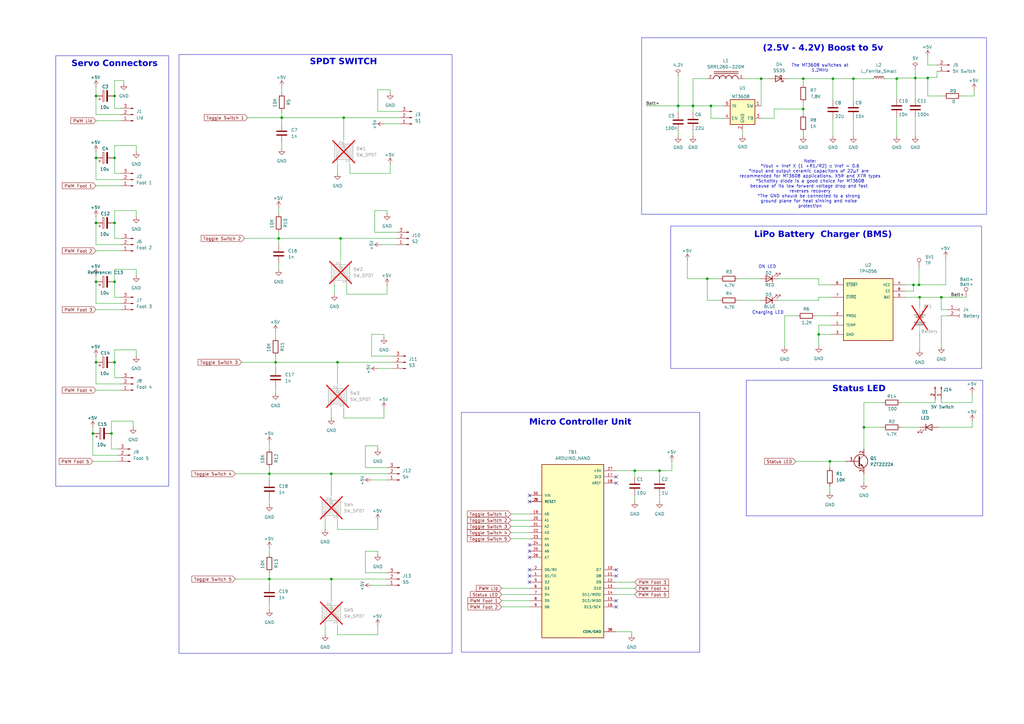
<source format=kicad_sch>
(kicad_sch (version 20231120) (generator "eeschema") (generator_version "8.0")
  (paper "A3")
  (junction (at 39.37 115.57))
  (junction (at 290.068 114.3))
  (junction (at 135.89 237.49))
  (junction (at 46.99 91.44))
  (junction (at 139.7 97.79))
  (junction (at 270.51 193.04))
  (junction (at 291.592 43.434))
  (junction (at 39.37 91.44))
  (junction (at 115.57 48.26))
  (junction (at 350.012 32.258))
  (junction (at 340.36 189.23))
  (junction (at 386.08 121.92))
  (junction (at 140.97 48.26))
  (junction (at 113.03 148.59))
  (junction (at 329.438 32.258))
  (junction (at 46.99 39.37))
  (junction (at 39.37 148.59))
  (junction (at 341.63 32.258))
  (junction (at 39.37 64.77))
  (junction (at 114.3 97.79))
  (junction (at 374.65 116.84))
  (junction (at 46.99 115.57))
  (junction (at 110.49 194.31))
  (junction (at 354.33 175.26))
  (junction (at 39.37 39.37))
  (junction (at 284.226 43.434))
  (junction (at 260.35 193.04))
  (junction (at 46.99 148.59))
  (junction (at 135.89 194.31))
  (junction (at 278.13 43.434))
  (junction (at 335.788 137.16))
  (junction (at 312.166 32.258))
  (junction (at 45.72 177.8))
  (junction (at 377.19 121.92))
  (junction (at 375.412 32.004))
  (junction (at 329.438 44.704))
  (junction (at 367.792 32.258))
  (junction (at 38.1 177.8))
  (junction (at 138.43 148.59))
  (junction (at 380.492 32.004))
  (junction (at 110.49 237.49))
  (junction (at 376.936 116.84))
  (junction (at 46.99 64.77))
  (no_connect (at 217.17 205.74))
  (no_connect (at 217.17 238.76))
  (no_connect (at 252.73 236.22))
  (no_connect (at 252.73 248.92))
  (no_connect (at 217.17 223.52))
  (no_connect (at 217.17 226.06))
  (no_connect (at 252.73 233.68))
  (no_connect (at 252.73 195.58))
  (no_connect (at 217.17 228.6))
  (no_connect (at 217.17 236.22))
  (no_connect (at 252.73 198.12))
  (no_connect (at 217.17 203.2))
  (no_connect (at 252.73 246.38))
  (no_connect (at 217.17 233.68))
  (wire (pts (xy 138.43 217.17) (xy 154.94 217.17)))
  (wire (pts (xy 39.37 115.57) (xy 39.37 124.46)))
  (wire (pts (xy 275.59 193.04) (xy 275.59 189.23)))
  (wire (pts (xy 39.37 88.9) (xy 39.37 91.44)))
  (wire (pts (xy 375.412 28.194) (xy 375.412 32.004)))
  (wire (pts (xy 154.94 260.35) (xy 154.94 256.54)))
  (wire (pts (xy 387.858 105.664) (xy 387.858 116.84)))
  (wire (pts (xy 326.898 129.54) (xy 321.818 129.54)))
  (wire (pts (xy 149.86 182.88) (xy 154.94 182.88)))
  (wire (pts (xy 46.99 86.36) (xy 55.88 86.36)))
  (wire (pts (xy 139.7 97.79) (xy 139.7 106.68)))
  (wire (pts (xy 46.99 115.57) (xy 46.99 110.49)))
  (wire (pts (xy 340.868 133.35) (xy 335.788 133.35)))
  (wire (pts (xy 46.99 71.12) (xy 46.99 64.77)))
  (wire (pts (xy 380.492 26.67) (xy 384.302 26.67)))
  (wire (pts (xy 142.24 116.84) (xy 142.24 120.65)))
  (wire (pts (xy 398.78 165.1) (xy 398.78 161.29)))
  (wire (pts (xy 154.94 45.72) (xy 154.94 36.83)))
  (wire (pts (xy 278.13 43.434) (xy 284.226 43.434)))
  (wire (pts (xy 335.788 123.19) (xy 335.788 121.92)))
  (wire (pts (xy 278.13 30.988) (xy 278.13 43.434)))
  (wire (pts (xy 340.36 189.23) (xy 346.71 189.23)))
  (wire (pts (xy 380.492 31.75) (xy 380.492 32.004)))
  (wire (pts (xy 46.99 91.44) (xy 46.99 86.36)))
  (wire (pts (xy 114.3 95.25) (xy 114.3 97.79)))
  (wire (pts (xy 284.226 53.594) (xy 284.226 55.88)))
  (wire (pts (xy 377.19 121.92) (xy 386.08 121.92)))
  (wire (pts (xy 160.02 71.12) (xy 160.02 67.31)))
  (wire (pts (xy 149.86 226.06) (xy 154.94 226.06)))
  (wire (pts (xy 329.438 54.356) (xy 329.438 55.88)))
  (wire (pts (xy 39.37 160.02) (xy 49.53 160.02)))
  (wire (pts (xy 367.792 32.004) (xy 375.412 32.004)))
  (wire (pts (xy 260.35 203.2) (xy 260.35 205.74)))
  (wire (pts (xy 335.788 137.16) (xy 340.868 137.16)))
  (wire (pts (xy 39.37 148.59) (xy 39.37 157.48)))
  (wire (pts (xy 157.48 137.16) (xy 157.48 138.43)))
  (wire (pts (xy 377.19 135.89) (xy 377.19 143.51)))
  (wire (pts (xy 38.1 189.23) (xy 48.26 189.23)))
  (wire (pts (xy 39.37 49.53) (xy 49.53 49.53)))
  (wire (pts (xy 295.148 114.3) (xy 290.068 114.3)))
  (wire (pts (xy 45.72 177.8) (xy 45.72 172.72)))
  (wire (pts (xy 374.65 116.84) (xy 376.936 116.84)))
  (wire (pts (xy 205.74 241.3) (xy 217.17 241.3)))
  (wire (pts (xy 161.29 146.05) (xy 152.4 146.05)))
  (wire (pts (xy 137.16 116.84) (xy 137.16 120.65)))
  (wire (pts (xy 46.99 44.45) (xy 46.99 39.37)))
  (wire (pts (xy 157.48 171.45) (xy 157.48 167.64)))
  (wire (pts (xy 367.792 48.006) (xy 367.792 55.88)))
  (wire (pts (xy 281.94 114.3) (xy 281.94 106.68)))
  (wire (pts (xy 163.83 45.72) (xy 154.94 45.72)))
  (wire (pts (xy 46.99 33.02) (xy 50.8 33.02)))
  (wire (pts (xy 312.166 32.258) (xy 312.166 43.434)))
  (wire (pts (xy 39.37 35.56) (xy 39.37 39.37)))
  (wire (pts (xy 135.89 237.49) (xy 158.75 237.49)))
  (wire (pts (xy 46.99 110.49) (xy 55.88 110.49)))
  (wire (pts (xy 140.97 171.45) (xy 157.48 171.45)))
  (wire (pts (xy 135.89 167.64) (xy 135.89 171.45)))
  (wire (pts (xy 350.012 32.258) (xy 357.886 32.258)))
  (wire (pts (xy 386.08 142.24) (xy 386.08 129.54)))
  (wire (pts (xy 209.55 218.44) (xy 217.17 218.44)))
  (wire (pts (xy 39.37 73.66) (xy 49.53 73.66)))
  (wire (pts (xy 39.37 146.05) (xy 39.37 148.59)))
  (wire (pts (xy 39.37 46.99) (xy 49.53 46.99)))
  (wire (pts (xy 335.788 114.3) (xy 335.788 116.84)))
  (wire (pts (xy 115.57 48.26) (xy 140.97 48.26)))
  (wire (pts (xy 39.37 157.48) (xy 49.53 157.48)))
  (wire (pts (xy 133.35 213.36) (xy 133.35 217.17)))
  (wire (pts (xy 39.37 100.33) (xy 49.53 100.33)))
  (wire (pts (xy 399.542 39.37) (xy 399.542 36.83)))
  (wire (pts (xy 55.88 110.49) (xy 55.88 113.03)))
  (wire (pts (xy 302.768 123.19) (xy 311.658 123.19)))
  (wire (pts (xy 376.936 109.982) (xy 376.936 116.84)))
  (wire (pts (xy 138.43 148.59) (xy 161.29 148.59)))
  (wire (pts (xy 380.492 23.114) (xy 380.492 26.67)))
  (wire (pts (xy 46.99 39.37) (xy 46.99 33.02)))
  (wire (pts (xy 319.278 123.19) (xy 335.788 123.19)))
  (wire (pts (xy 154.94 151.13) (xy 161.29 151.13)))
  (wire (pts (xy 100.33 97.79) (xy 114.3 97.79)))
  (wire (pts (xy 143.51 67.31) (xy 143.51 71.12)))
  (wire (pts (xy 140.97 48.26) (xy 140.97 57.15)))
  (wire (pts (xy 115.57 45.72) (xy 115.57 48.26)))
  (wire (pts (xy 142.24 120.65) (xy 158.75 120.65)))
  (wire (pts (xy 367.792 32.258) (xy 367.792 40.386)))
  (wire (pts (xy 252.73 259.08) (xy 259.08 259.08)))
  (wire (pts (xy 38.1 175.26) (xy 38.1 177.8)))
  (wire (pts (xy 394.462 39.37) (xy 399.542 39.37)))
  (wire (pts (xy 157.48 50.8) (xy 163.83 50.8)))
  (wire (pts (xy 110.49 234.95) (xy 110.49 237.49)))
  (wire (pts (xy 270.51 193.04) (xy 270.51 195.58)))
  (wire (pts (xy 158.75 234.95) (xy 149.86 234.95)))
  (wire (pts (xy 377.19 121.92) (xy 377.19 125.73)))
  (wire (pts (xy 138.43 148.59) (xy 138.43 157.48)))
  (wire (pts (xy 380.492 32.004) (xy 380.492 39.37)))
  (wire (pts (xy 371.348 119.38) (xy 374.65 119.38)))
  (wire (pts (xy 290.068 123.19) (xy 290.068 114.3)))
  (wire (pts (xy 160.02 36.83) (xy 160.02 38.1)))
  (wire (pts (xy 371.348 121.92) (xy 377.19 121.92)))
  (wire (pts (xy 46.99 121.92) (xy 46.99 115.57)))
  (wire (pts (xy 49.53 97.79) (xy 46.99 97.79)))
  (wire (pts (xy 386.08 127) (xy 388.62 127)))
  (wire (pts (xy 154.94 36.83) (xy 160.02 36.83)))
  (wire (pts (xy 135.89 194.31) (xy 135.89 203.2)))
  (wire (pts (xy 49.53 154.94) (xy 46.99 154.94)))
  (wire (pts (xy 46.99 59.69) (xy 55.88 59.69)))
  (wire (pts (xy 295.148 123.19) (xy 290.068 123.19)))
  (wire (pts (xy 135.89 194.31) (xy 158.75 194.31)))
  (wire (pts (xy 138.43 256.54) (xy 138.43 260.35)))
  (wire (pts (xy 38.1 177.8) (xy 38.1 186.69)))
  (wire (pts (xy 39.37 64.77) (xy 39.37 73.66)))
  (wire (pts (xy 46.99 143.51) (xy 55.88 143.51)))
  (wire (pts (xy 38.1 186.69) (xy 48.26 186.69)))
  (wire (pts (xy 367.792 32.004) (xy 367.792 32.258)))
  (wire (pts (xy 49.53 121.92) (xy 46.99 121.92)))
  (wire (pts (xy 162.56 95.25) (xy 153.67 95.25)))
  (wire (pts (xy 113.03 148.59) (xy 113.03 151.13)))
  (wire (pts (xy 55.88 86.36) (xy 55.88 88.9)))
  (wire (pts (xy 158.75 191.77) (xy 149.86 191.77)))
  (wire (pts (xy 354.33 184.15) (xy 354.33 175.26)))
  (wire (pts (xy 375.412 40.386) (xy 375.412 32.004)))
  (wire (pts (xy 350.012 32.258) (xy 350.012 41.148)))
  (wire (pts (xy 312.166 48.514) (xy 317.5 48.514)))
  (wire (pts (xy 115.57 35.56) (xy 115.57 38.1)))
  (wire (pts (xy 113.03 135.89) (xy 113.03 138.43)))
  (wire (pts (xy 296.926 43.434) (xy 291.592 43.434)))
  (wire (pts (xy 205.74 246.38) (xy 217.17 246.38)))
  (wire (pts (xy 49.53 44.45) (xy 46.99 44.45)))
  (wire (pts (xy 110.49 250.19) (xy 110.49 247.65)))
  (wire (pts (xy 270.51 193.04) (xy 275.59 193.04)))
  (wire (pts (xy 39.37 76.2) (xy 49.53 76.2)))
  (wire (pts (xy 39.37 127) (xy 49.53 127)))
  (wire (pts (xy 154.94 217.17) (xy 154.94 213.36)))
  (wire (pts (xy 45.72 184.15) (xy 45.72 177.8)))
  (wire (pts (xy 335.788 121.92) (xy 340.868 121.92)))
  (wire (pts (xy 270.51 203.2) (xy 270.51 205.74)))
  (wire (pts (xy 290.068 114.3) (xy 281.94 114.3)))
  (wire (pts (xy 317.5 44.704) (xy 329.438 44.704)))
  (wire (pts (xy 110.49 194.31) (xy 135.89 194.31)))
  (wire (pts (xy 149.86 234.95) (xy 149.86 226.06)))
  (wire (pts (xy 156.21 100.33) (xy 162.56 100.33)))
  (wire (pts (xy 329.438 34.544) (xy 329.438 32.258)))
  (wire (pts (xy 115.57 60.96) (xy 115.57 58.42)))
  (wire (pts (xy 46.99 97.79) (xy 46.99 91.44)))
  (wire (pts (xy 384.302 31.75) (xy 384.302 29.21)))
  (wire (pts (xy 386.842 39.37) (xy 380.492 39.37)))
  (wire (pts (xy 140.97 48.26) (xy 163.83 48.26)))
  (wire (pts (xy 284.226 32.258) (xy 290.068 32.258)))
  (wire (pts (xy 329.438 32.258) (xy 341.63 32.258)))
  (wire (pts (xy 209.55 215.9) (xy 217.17 215.9)))
  (wire (pts (xy 205.74 243.84) (xy 217.17 243.84)))
  (wire (pts (xy 341.63 48.768) (xy 341.63 55.88)))
  (wire (pts (xy 369.57 175.26) (xy 377.19 175.26)))
  (wire (pts (xy 252.73 193.04) (xy 260.35 193.04)))
  (wire (pts (xy 110.49 207.01) (xy 110.49 204.47)))
  (wire (pts (xy 154.94 182.88) (xy 154.94 184.15)))
  (wire (pts (xy 375.412 48.006) (xy 375.412 55.88)))
  (wire (pts (xy 39.37 91.44) (xy 39.37 100.33)))
  (wire (pts (xy 252.73 238.76) (xy 260.35 238.76)))
  (wire (pts (xy 48.26 184.15) (xy 45.72 184.15)))
  (wire (pts (xy 386.08 121.92) (xy 386.08 127)))
  (wire (pts (xy 135.89 237.49) (xy 135.89 246.38)))
  (wire (pts (xy 39.37 62.23) (xy 39.37 64.77)))
  (wire (pts (xy 49.53 71.12) (xy 46.99 71.12)))
  (wire (pts (xy 319.278 114.3) (xy 335.788 114.3)))
  (wire (pts (xy 101.6 48.26) (xy 115.57 48.26)))
  (wire (pts (xy 158.75 86.36) (xy 158.75 87.63)))
  (wire (pts (xy 55.88 143.51) (xy 55.88 146.05)))
  (wire (pts (xy 113.03 146.05) (xy 113.03 148.59)))
  (wire (pts (xy 278.13 43.434) (xy 278.13 46.228)))
  (wire (pts (xy 361.95 165.1) (xy 354.33 165.1)))
  (wire (pts (xy 153.67 95.25) (xy 153.67 86.36)))
  (wire (pts (xy 110.49 224.79) (xy 110.49 227.33)))
  (wire (pts (xy 329.438 42.164) (xy 329.438 44.704)))
  (wire (pts (xy 326.39 189.23) (xy 340.36 189.23)))
  (wire (pts (xy 329.438 44.704) (xy 329.438 46.736)))
  (wire (pts (xy 153.67 86.36) (xy 158.75 86.36)))
  (wire (pts (xy 317.5 48.514) (xy 317.5 44.704)))
  (wire (pts (xy 39.37 39.37) (xy 39.37 46.99)))
  (wire (pts (xy 114.3 97.79) (xy 139.7 97.79)))
  (wire (pts (xy 278.13 53.848) (xy 278.13 55.88)))
  (wire (pts (xy 138.43 67.31) (xy 138.43 71.12)))
  (wire (pts (xy 264.922 43.434) (xy 278.13 43.434)))
  (wire (pts (xy 152.4 240.03) (xy 158.75 240.03)))
  (wire (pts (xy 140.97 167.64) (xy 140.97 171.45)))
  (wire (pts (xy 110.49 237.49) (xy 110.49 240.03)))
  (wire (pts (xy 99.06 148.59) (xy 113.03 148.59)))
  (wire (pts (xy 341.63 41.148) (xy 341.63 32.258)))
  (wire (pts (xy 55.88 59.69) (xy 55.88 62.23)))
  (wire (pts (xy 152.4 146.05) (xy 152.4 137.16)))
  (wire (pts (xy 46.99 148.59) (xy 46.99 143.51)))
  (wire (pts (xy 260.35 193.04) (xy 260.35 195.58)))
  (wire (pts (xy 149.86 191.77) (xy 149.86 182.88)))
  (wire (pts (xy 158.75 120.65) (xy 158.75 116.84)))
  (wire (pts (xy 50.8 33.02) (xy 50.8 34.29)))
  (wire (pts (xy 114.3 110.49) (xy 114.3 107.95)))
  (wire (pts (xy 380.492 31.75) (xy 384.302 31.75)))
  (wire (pts (xy 335.788 116.84) (xy 340.868 116.84)))
  (wire (pts (xy 296.926 48.514) (xy 291.592 48.514)))
  (wire (pts (xy 341.63 32.258) (xy 350.012 32.258)))
  (wire (pts (xy 39.37 113.03) (xy 39.37 115.57)))
  (wire (pts (xy 154.94 226.06) (xy 154.94 227.33)))
  (wire (pts (xy 209.55 210.82) (xy 217.17 210.82)))
  (wire (pts (xy 386.08 165.1) (xy 398.78 165.1)))
  (wire (pts (xy 54.61 172.72) (xy 54.61 175.26)))
  (wire (pts (xy 96.52 194.31) (xy 110.49 194.31)))
  (wire (pts (xy 321.818 129.54) (xy 321.818 142.24)))
  (wire (pts (xy 284.226 32.258) (xy 284.226 43.434)))
  (wire (pts (xy 334.518 129.54) (xy 340.868 129.54)))
  (wire (pts (xy 374.65 119.38) (xy 374.65 116.84)))
  (wire (pts (xy 139.7 97.79) (xy 162.56 97.79)))
  (wire (pts (xy 260.35 193.04) (xy 270.51 193.04)))
  (wire (pts (xy 386.08 129.54) (xy 388.62 129.54)))
  (wire (pts (xy 114.3 97.79) (xy 114.3 100.33)))
  (wire (pts (xy 284.226 43.434) (xy 291.592 43.434)))
  (wire (pts (xy 143.51 71.12) (xy 160.02 71.12)))
  (wire (pts (xy 304.546 53.594) (xy 304.546 55.626)))
  (wire (pts (xy 113.03 161.29) (xy 113.03 158.75)))
  (wire (pts (xy 384.81 175.26) (xy 398.78 175.26)))
  (wire (pts (xy 252.73 241.3) (xy 260.35 241.3)))
  (wire (pts (xy 259.08 259.08) (xy 259.08 260.35)))
  (wire (pts (xy 350.012 48.768) (xy 350.012 55.88)))
  (wire (pts (xy 152.4 196.85) (xy 158.75 196.85)))
  (wire (pts (xy 39.37 102.87) (xy 49.53 102.87)))
  (wire (pts (xy 110.49 191.77) (xy 110.49 194.31)))
  (wire (pts (xy 138.43 213.36) (xy 138.43 217.17)))
  (wire (pts (xy 46.99 154.94) (xy 46.99 148.59)))
  (wire (pts (xy 335.788 141.986) (xy 335.788 137.16)))
  (wire (pts (xy 302.768 114.3) (xy 311.658 114.3)))
  (wire (pts (xy 45.72 172.72) (xy 54.61 172.72)))
  (wire (pts (xy 209.55 213.36) (xy 217.17 213.36)))
  (wire (pts (xy 138.43 260.35) (xy 154.94 260.35)))
  (wire (pts (xy 312.166 32.258) (xy 315.468 32.258)))
  (wire (pts (xy 383.54 165.1) (xy 383.54 163.83)))
  (wire (pts (xy 110.49 181.61) (xy 110.49 184.15)))
  (wire (pts (xy 362.966 32.258) (xy 367.792 32.258)))
  (wire (pts (xy 340.36 189.23) (xy 340.36 191.77)))
  (wire (pts (xy 386.08 163.83) (xy 386.08 165.1)))
  (wire (pts (xy 371.348 116.84) (xy 374.65 116.84)))
  (wire (pts (xy 113.03 148.59) (xy 138.43 148.59)))
  (wire (pts (xy 152.4 137.16) (xy 157.48 137.16)))
  (wire (pts (xy 323.088 32.258) (xy 329.438 32.258)))
  (wire (pts (xy 96.52 237.49) (xy 110.49 237.49)))
  (wire (pts (xy 369.57 165.1) (xy 383.54 165.1)))
  (wire (pts (xy 354.33 165.1) (xy 354.33 175.26)))
  (wire (pts (xy 354.33 175.26) (xy 361.95 175.26)))
  (wire (pts (xy 209.55 220.98) (xy 217.17 220.98)))
  (wire (pts (xy 305.308 32.258) (xy 312.166 32.258)))
  (wire (pts (xy 284.226 43.434) (xy 284.226 45.974)))
  (wire (pts (xy 396.24 121.92) (xy 386.08 121.92)))
  (wire (pts (xy 376.936 116.84) (xy 387.858 116.84)))
  (wire (pts (xy 133.35 256.54) (xy 133.35 260.35)))
  (wire (pts (xy 398.78 175.26) (xy 398.78 172.72)))
  (wire (pts (xy 252.73 243.84) (xy 260.35 243.84)))
  (wire (pts (xy 110.49 237.49) (xy 135.89 237.49)))
  (wire (pts (xy 115.57 48.26) (xy 115.57 50.8)))
  (wire (pts (xy 380.492 32.004) (xy 375.412 32.004)))
  (wire (pts (xy 291.592 48.514) (xy 291.592 43.434)))
  (wire (pts (xy 354.33 194.31) (xy 354.33 198.12)))
  (wire (pts (xy 39.37 124.46) (xy 49.53 124.46)))
  (wire (pts (xy 46.99 64.77) (xy 46.99 59.69)))
  (wire (pts (xy 110.49 194.31) (xy 110.49 196.85)))
  (wire (pts (xy 114.3 85.09) (xy 114.3 87.63)))
  (wire (pts (xy 205.74 248.92) (xy 217.17 248.92)))
  (wire (pts (xy 335.788 133.35) (xy 335.788 137.16)))
  (wire (pts (xy 340.36 199.39) (xy 340.36 201.93)))
  (rectangle (start 22.86 22.86) (end 69.215 199.39))
  (rectangle (start 306.07 155.956) (end 403.098 211.582))
  (rectangle (start 263.144 15.494) (end 404.622 87.884))
  (rectangle (start 189.23 169.164) (end 287.02 267.462))
  (rectangle (start 275.082 92.71) (end 402.59 151.13))
  (rectangle (start 73.406 22.352) (end 185.42 267.97))
  (text "ON LED" (at 314.706 109.474 0) (effects (font (size 1.27 1.27))))
  (text "Charging LED" (at 314.96 128.27 0) (effects (font (size 1.27 1.27))))
  (text "Servo Connectors\n" (at 46.99 26.924 0) (effects (font (size 2.54 2.54) (bold yes))))
  (text "LiPo Battery  Charger (BMS)" (at 337.566 97.028 0) (effects (font (size 2.54 2.54) (bold yes))))
  (text "The MT3608 switches at \n1.2MHz " (at 336.804 27.94 0) (effects (font (size 1.27 1.27))))
  (text "Status LED" (at 352.298 160.274 0) (effects (font (size 2.54 2.54) (bold yes))))
  (text "(2.5V - 4.2V) Boost to 5v" (at 337.566 20.574 0) (effects (font (size 2.54 2.54) (bold yes))))
  (text "Note:\n*Vout = Vref X (1 +R1/R2) :: Vref = 0.6\n*Input and output ceramic capacitors of 22μF are \nrecommended for MT3608 applications. X5R and X7R types\n*Schottky diode is a good choice for MT3608\nbecause of its low forward voltage drop and fast \nreverses recovery\n*The GND should be connected to a strong \nground plane for heat sinking and noise \nprotection\n" (at 332.232 75.438 0) (effects (font (size 1.27 1.27))))
  (text "Micro Controller Unit" (at 237.998 173.99 0) (effects (font (size 2.54 2.54) (bold yes))))
  (text "SPDT SWITCH " (at 141.478 26.162 0) (effects (font (size 2.54 2.54) (bold yes))))
  (label "Batt+" (at 264.922 43.434 0))
  (label "Batt+" (at 389.89 121.92 0))
  (global_label "PWM Foot 1" (shape input) (at 39.37 76.2 180) (property "Intersheetrefs" "${INTERSHEET_REFS}" (effects (hide yes))))
  (global_label "Toggle Switch 1" (shape input) (at 101.6 48.26 180) (property "Intersheetrefs" "${INTERSHEET_REFS}" (effects (hide yes))))
  (global_label "Status LED" (shape input) (at 205.74 243.84 180) (property "Intersheetrefs" "${INTERSHEET_REFS}" (effects (hide yes))))
  (global_label "Toggle Switch 5" (shape input) (at 209.55 220.98 180) (property "Intersheetrefs" "${INTERSHEET_REFS}" (effects (hide yes))))
  (global_label "PWM Foot 1" (shape input) (at 205.74 246.38 180) (property "Intersheetrefs" "${INTERSHEET_REFS}" (effects (hide yes))))
  (global_label "Toggle Switch 2" (shape input) (at 209.55 213.36 180) (property "Intersheetrefs" "${INTERSHEET_REFS}" (effects (hide yes))))
  (global_label "Toggle Switch 3" (shape input) (at 209.55 215.9 180) (property "Intersheetrefs" "${INTERSHEET_REFS}" (effects (hide yes))))
  (global_label "Toggle Switch 4" (shape input) (at 96.52 194.31 180) (property "Intersheetrefs" "${INTERSHEET_REFS}" (effects (hide yes))))
  (global_label "Toggle Switch 1" (shape input) (at 209.55 210.82 180) (property "Intersheetrefs" "${INTERSHEET_REFS}" (effects (hide yes))))
  (global_label "PWM Lid" (shape input) (at 39.37 49.53 180) (property "Intersheetrefs" "${INTERSHEET_REFS}" (effects (hide yes))))
  (global_label "PWM Foot 4" (shape input) (at 39.37 160.02 180) (property "Intersheetrefs" "${INTERSHEET_REFS}" (effects (hide yes))))
  (global_label "PWM Foot 3" (shape input) (at 39.37 127 180) (property "Intersheetrefs" "${INTERSHEET_REFS}" (effects (hide yes))))
  (global_label "Status LED" (shape input) (at 326.39 189.23 180) (property "Intersheetrefs" "${INTERSHEET_REFS}" (effects (hide yes))))
  (global_label "Toggle Switch 2" (shape input) (at 100.33 97.79 180) (property "Intersheetrefs" "${INTERSHEET_REFS}" (effects (hide yes))))
  (global_label "PWM Foot 2" (shape input) (at 205.74 248.92 180) (property "Intersheetrefs" "${INTERSHEET_REFS}" (effects (hide yes))))
  (global_label "PWM Foot 3" (shape input) (at 260.35 238.76 0) (property "Intersheetrefs" "${INTERSHEET_REFS}" (effects (hide yes))))
  (global_label "Toggle Switch 5" (shape input) (at 96.52 237.49 180) (property "Intersheetrefs" "${INTERSHEET_REFS}" (effects (hide yes))))
  (global_label "PWM Lid" (shape input) (at 205.74 241.3 180) (property "Intersheetrefs" "${INTERSHEET_REFS}" (effects (hide yes))))
  (global_label "Toggle Switch 3" (shape input) (at 99.06 148.59 180) (property "Intersheetrefs" "${INTERSHEET_REFS}" (effects (hide yes))))
  (global_label "PWM Foot 5" (shape input) (at 260.35 243.84 0) (property "Intersheetrefs" "${INTERSHEET_REFS}" (effects (hide yes))))
  (global_label "PWM Foot 5" (shape input) (at 38.1 189.23 180) (property "Intersheetrefs" "${INTERSHEET_REFS}" (effects (hide yes))))
  (global_label "Toggle Switch 4" (shape input) (at 209.55 218.44 180) (property "Intersheetrefs" "${INTERSHEET_REFS}" (effects (hide yes))))
  (global_label "PWM Foot 4" (shape input) (at 260.35 241.3 0) (property "Intersheetrefs" "${INTERSHEET_REFS}" (effects (hide yes))))
  (global_label "PWM Foot 2" (shape input) (at 39.37 102.87 180) (property "Intersheetrefs" "${INTERSHEET_REFS}" (effects (hide yes))))
  (symbol (lib_id "Connector:Conn_01x03_Pin") (at 54.61 73.66 180) (unit 1)
    (property "Reference" "J2" (at 55.88 72.3899 0) (effects (justify right)))
    (property "Value" "Foot 1" (at 55.88 74.9299 0) (effects (justify right)))
    (property "Footprint" "Connector_PinHeader_2.54mm:PinHeader_1x03_P2.54mm_Vertical" (effects (hide yes)))
    (property "Description" "Generic connector, single row, 01x03, script generated" (effects (hide yes)))
  )
  (symbol (lib_id "power:+5V") (at 39.37 113.03 0) (unit 1)
    (property "Reference" "#PWR036" (effects (hide yes)))
    (property "Value" "+5V" (at 39.116 109.22 0))
    (property "Description" "Power symbol creates a global label with name \"+5V\"" (effects (hide yes)))
  )
  (symbol (lib_id "Connector:Conn_01x03_Pin") (at 166.37 148.59 180) (unit 1)
    (property "Reference" "J11" (at 167.64 147.3199 0) (effects (justify right)))
    (property "Value" "S3" (at 167.64 149.8599 0) (effects (justify right)))
    (property "Footprint" "Connector_PinHeader_2.54mm:PinHeader_1x03_P2.54mm_Vertical" (effects (hide yes)))
    (property "Description" "Generic connector, single row, 01x03, script generated" (effects (hide yes)))
  )
  (symbol (lib_id "Connector:Conn_01x02_Pin") (at 389.382 29.21 180) (unit 1)
    (property "Reference" "J5" (at 390.652 26.6699 0) (effects (justify right)))
    (property "Value" "5V Switch" (at 390.652 29.2099 0) (effects (justify right)))
    (property "Footprint" "Connector_PinHeader_2.54mm:PinHeader_1x02_P2.54mm_Vertical" (effects (hide yes)))
    (property "Description" "Generic connector, single row, 01x02, script generated" (effects (hide yes)))
  )
  (symbol (lib_id "power:+5V") (at 398.78 172.72 0) (unit 1)
    (property "Reference" "#PWR03" (effects (hide yes)))
    (property "Value" "+5V" (at 398.526 168.91 0))
    (property "Description" "Power symbol creates a global label with name \"+5V\"" (effects (hide yes)))
  )
  (symbol (lib_id "power:+5V") (at 152.4 196.85 90) (unit 1)
    (property "Reference" "#PWR057" (effects (hide yes)))
    (property "Value" "+5V" (at 148.59 197.104 0))
    (property "Description" "Power symbol creates a global label with name \"+5V\"" (effects (hide yes)))
  )
  (symbol (lib_id "power:GND") (at 114.3 110.49 0) (unit 1)
    (property "Reference" "#PWR043" (effects (hide yes)))
    (property "Value" "GND" (at 114.3 115.57 0))
    (property "Description" "Power symbol creates a global label with name \"GND\" , ground" (effects (hide yes)))
  )
  (symbol (lib_id "power:PWR_FLAG") (at 375.412 28.194 0) (unit 1)
    (property "Reference" "#FLG02" (effects (hide yes)))
    (property "Value" "5V" (at 375.412 23.876 0))
    (property "Description" "Special symbol for telling ERC where power comes from" (effects (hide yes)))
  )
  (symbol (lib_id "Device:Battery") (at 377.19 130.81 0) (unit 1) (exclude_from_sim yes) (in_bom no) (on_board no) (dnp yes)
    (property "Reference" "BT1" (at 378.714 125.73 0) (effects (justify left)))
    (property "Value" "Battery" (at 377.698 135.89 0) (effects (justify left)))
    (property "Description" "Multiple-cell battery" (effects (hide yes)))
  )
  (symbol (lib_id "Connector:Conn_01x03_Pin") (at 54.61 124.46 180) (unit 1)
    (property "Reference" "J7" (at 55.88 123.1899 0) (effects (justify right)))
    (property "Value" "Foot 3" (at 55.88 125.7299 0) (effects (justify right)))
    (property "Footprint" "Connector_PinHeader_2.54mm:PinHeader_1x03_P2.54mm_Vertical" (effects (hide yes)))
    (property "Description" "Generic connector, single row, 01x03, script generated" (effects (hide yes)))
  )
  (symbol (lib_id "power:GND") (at 386.08 142.24 0) (unit 1)
    (property "Reference" "#PWR030" (effects (hide yes)))
    (property "Value" "GND" (at 386.08 147.32 0))
    (property "Description" "Power symbol creates a global label with name \"GND\" , ground" (effects (hide yes)))
  )
  (symbol (lib_id "Device:C_Polarized") (at 43.18 39.37 90) (unit 1)
    (property "Reference" "C3" (at 43.18 35.56 90))
    (property "Value" "10u" (at 42.926 43.942 90))
    (property "Footprint" "Capacitor_SMD:C_0603_1608Metric" (effects (hide yes)))
    (property "Description" "Polarized capacitor" (effects (hide yes)))
  )
  (symbol (lib_id "Connector:Conn_01x02_Socket") (at 393.7 127 0) (unit 1)
    (property "Reference" "J4" (at 394.97 126.9999 0) (effects (justify left)))
    (property "Value" "Battery" (at 394.97 129.5399 0) (effects (justify left)))
    (property "Footprint" "Connector_JST:JST_EH_B2B-EH-A_1x02_P2.50mm_Vertical" (effects (hide yes)))
    (property "Description" "Generic connector, single row, 01x02, script generated" (effects (hide yes)))
  )
  (symbol (lib_id "Device:R") (at 115.57 41.91 0) (unit 1)
    (property "Reference" "R5" (at 118.364 41.91 90))
    (property "Value" "10K" (at 112.776 42.164 90))
    (property "Footprint" "Resistor_SMD:R_0603_1608Metric" (effects (hide yes)))
    (property "Description" "Resistor" (effects (hide yes)))
  )
  (symbol (lib_id "Connector:Conn_01x03_Pin") (at 54.61 46.99 180) (unit 1)
    (property "Reference" "J1" (at 55.88 45.7199 0) (effects (justify right)))
    (property "Value" "Lid" (at 55.88 48.2599 0) (effects (justify right)))
    (property "Footprint" "Connector_PinHeader_2.54mm:PinHeader_1x03_P2.54mm_Vertical" (effects (hide yes)))
    (property "Description" "Generic connector, single row, 01x03, script generated" (effects (hide yes)))
  )
  (symbol (lib_id "Device:C") (at 284.226 49.784 0) (unit 1)
    (property "Reference" "C6" (at 284.988 46.99 0) (effects (justify left)))
    (property "Value" "22U" (at 284.988 52.578 0) (effects (justify left)))
    (property "Footprint" "Capacitor_SMD:C_0603_1608Metric" (effects (hide yes)))
    (property "Description" "Unpolarized capacitor" (effects (hide yes)))
  )
  (symbol (lib_id "power:GND") (at 367.792 55.88 0) (unit 1)
    (property "Reference" "#PWR027" (effects (hide yes)))
    (property "Value" "GND" (at 367.792 60.452 0))
    (property "Description" "Power symbol creates a global label with name \"GND\" , ground" (effects (hide yes)))
  )
  (symbol (lib_id "Device:R") (at 298.958 114.3 90) (unit 1)
    (property "Reference" "R3" (at 298.958 111.506 90))
    (property "Value" "4.7K" (at 299.212 117.094 90))
    (property "Footprint" "Resistor_SMD:R_0603_1608Metric" (effects (hide yes)))
    (property "Description" "Resistor" (effects (hide yes)))
  )
  (symbol (lib_id "power:+5V") (at 114.3 85.09 0) (unit 1)
    (property "Reference" "#PWR042" (effects (hide yes)))
    (property "Value" "+5V" (at 114.046 81.28 0))
    (property "Description" "Power symbol creates a global label with name \"+5V\"" (effects (hide yes)))
  )
  (symbol (lib_id "power:GND") (at 375.412 55.88 0) (unit 1)
    (property "Reference" "#PWR029" (effects (hide yes)))
    (property "Value" "GND" (at 375.412 60.452 0))
    (property "Description" "Power symbol creates a global label with name \"GND\" , ground" (effects (hide yes)))
  )
  (symbol (lib_id "power:GND") (at 329.438 55.88 0) (unit 1)
    (property "Reference" "#PWR020" (effects (hide yes)))
    (property "Value" "GND" (at 329.438 60.452 0))
    (property "Description" "Power symbol creates a global label with name \"GND\" , ground" (effects (hide yes)))
  )
  (symbol (lib_id "Device:LED") (at 315.468 114.3 180) (unit 1)
    (property "Reference" "D2" (at 315.214 112.014 0))
    (property "Value" "RED" (at 315.722 116.84 0))
    (property "Footprint" "LED_SMD:LED_0402_1005Metric" (effects (hide yes)))
    (property "Description" "Light emitting diode" (effects (hide yes)))
  )
  (symbol (lib_id "Device:C") (at 270.51 199.39 0) (unit 1)
    (property "Reference" "C2" (at 271.272 196.596 0) (effects (justify left)))
    (property "Value" "1U" (at 271.272 202.184 0) (effects (justify left)))
    (property "Footprint" "Capacitor_SMD:C_0603_1608Metric" (effects (hide yes)))
    (property "Description" "Unpolarized capacitor" (effects (hide yes)))
  )
  (symbol (lib_id "power:+5V") (at 158.75 116.84 0) (unit 1)
    (property "Reference" "#PWR047" (effects (hide yes)))
    (property "Value" "+5V" (at 158.496 113.03 0))
    (property "Description" "Power symbol creates a global label with name \"+5V\"" (effects (hide yes)))
  )
  (symbol (lib_id "power:GND") (at 50.8 34.29 0) (unit 1)
    (property "Reference" "#PWR010" (effects (hide yes)))
    (property "Value" "GND" (at 50.8 39.37 0))
    (property "Description" "Power symbol creates a global label with name \"GND\" , ground" (effects (hide yes)))
  )
  (symbol (lib_id "Device:LED") (at 381 175.26 0) (unit 1)
    (property "Reference" "D1" (at 379.4125 168.91 0))
    (property "Value" "LED" (at 379.4125 171.45 0))
    (property "Footprint" "LED_SMD:LED_0603_1608Metric" (effects (hide yes)))
    (property "Description" "Light emitting diode" (effects (hide yes)))
  )
  (symbol (lib_id "Device:C") (at 375.412 44.196 0) (unit 1)
    (property "Reference" "C11" (at 376.174 41.402 0) (effects (justify left)))
    (property "Value" "100n" (at 376.174 46.99 0) (effects (justify left)))
    (property "Footprint" "Capacitor_SMD:C_0402_1005Metric" (effects (hide yes)))
    (property "Description" "Unpolarized capacitor" (effects (hide yes)))
  )
  (symbol (lib_id "Connector:Conn_01x03_Pin") (at 167.64 97.79 180) (unit 1)
    (property "Reference" "J10" (at 168.91 96.5199 0) (effects (justify right)))
    (property "Value" "S2" (at 168.91 99.0599 0) (effects (justify right)))
    (property "Footprint" "Connector_PinHeader_2.54mm:PinHeader_1x03_P2.54mm_Vertical" (effects (hide yes)))
    (property "Description" "Generic connector, single row, 01x03, script generated" (effects (hide yes)))
  )
  (symbol (lib_id "Connector:Conn_01x03_Pin") (at 54.61 100.33 180) (unit 1)
    (property "Reference" "J6" (at 55.88 99.0599 0) (effects (justify right)))
    (property "Value" "Foot 2" (at 55.88 101.5999 0) (effects (justify right)))
    (property "Footprint" "Connector_PinHeader_2.54mm:PinHeader_1x03_P2.54mm_Vertical" (effects (hide yes)))
    (property "Description" "Generic connector, single row, 01x03, script generated" (effects (hide yes)))
  )
  (symbol (lib_id "power:+5V") (at 387.858 105.664 0) (unit 1)
    (property "Reference" "#PWR032" (effects (hide yes)))
    (property "Value" "+5V" (at 387.604 101.854 0))
    (property "Description" "Power symbol creates a global label with name \"+5V\"" (effects (hide yes)))
  )
  (symbol (lib_id "Power inductor:SRR1260-220M") (at 297.688 32.258 90) (unit 1)
    (property "Reference" "L1" (at 297.688 24.892 90))
    (property "Value" "SRR1260-220M" (at 297.688 27.432 90))
    (property "Footprint" "Power Inductor:INDP125125X600N" (effects (hide yes)))
    (property "MF" "Bourns" (effects (hide yes)))
    (property "Description_1" "\nInductor, Power, Shielded, Wirewound, 22uH, 20%, 4A | Bourns SRR1260-220M\n" (effects (hide yes)))
    (property "Package" "Nonstandard Bourns" (effects (hide yes)))
    (property "Price" "None" (effects (hide yes)))
    (property "Check_prices" "https://www.snapeda.com/parts/SRR1260-220M/Bourns/view-part/?ref=eda" (effects (hide yes)))
    (property "SnapEDA_Link" "https://www.snapeda.com/parts/SRR1260-220M/Bourns/view-part/?ref=snap" (effects (hide yes)))
    (property "MP" "SRR1260-220M" (effects (hide yes)))
    (property "Purchase-URL" "https://www.snapeda.com/api/url_track_click_mouser/?unipart_id=290442&manufacturer=Bourns&part_name=SRR1260-220M&search_term=srr1260-220m" (effects (hide yes)))
    (property "Availability" "Not in stock" (effects (hide yes)))
    (property "MANUFACTURER" "BOURNS" (effects (hide yes)))
  )
  (symbol (lib_id "power:GND") (at 158.75 87.63 0) (unit 1)
    (property "Reference" "#PWR046" (effects (hide yes)))
    (property "Value" "GND" (at 158.75 92.71 0))
    (property "Description" "Power symbol creates a global label with name \"GND\" , ground" (effects (hide yes)))
  )
  (symbol (lib_id "Device:C_Polarized") (at 43.18 64.77 90) (unit 1)
    (property "Reference" "C4" (at 43.18 60.96 90))
    (property "Value" "10u" (at 42.926 69.342 90))
    (property "Footprint" "Capacitor_SMD:C_0603_1608Metric" (effects (hide yes)))
    (property "Description" "Polarized capacitor" (effects (hide yes)))
  )
  (symbol (lib_id "power:+5V") (at 160.02 67.31 0) (unit 1)
    (property "Reference" "#PWR026" (effects (hide yes)))
    (property "Value" "+5V" (at 159.766 63.5 0))
    (property "Description" "Power symbol creates a global label with name \"+5V\"" (effects (hide yes)))
  )
  (symbol (lib_id "power:GND") (at 278.13 55.88 0) (unit 1)
    (property "Reference" "#PWR013" (effects (hide yes)))
    (property "Value" "GND" (at 278.13 60.452 0))
    (property "Description" "Power symbol creates a global label with name \"GND\" , ground" (effects (hide yes)))
  )
  (symbol (lib_id "power:+5V") (at 380.492 23.114 0) (unit 1)
    (property "Reference" "#PWR031" (effects (hide yes)))
    (property "Value" "+5V" (at 380.238 19.304 0))
    (property "Description" "Power symbol creates a global label with name \"+5V\"" (effects (hide yes)))
  )
  (symbol (lib_id "Device:R") (at 330.708 129.54 90) (unit 1)
    (property "Reference" "R6" (at 330.708 126.746 90))
    (property "Value" "1.2K" (at 330.962 132.334 90))
    (property "Footprint" "Resistor_SMD:R_0603_1608Metric" (effects (hide yes)))
    (property "Description" "Resistor" (effects (hide yes)))
  )
  (symbol (lib_id "Device:C_Polarized") (at 43.18 115.57 90) (unit 1)
    (property "Reference" "C13" (at 43.18 111.76 90) (show_name yes))
    (property "Value" "10u" (at 42.926 120.142 90))
    (property "Footprint" "Capacitor_SMD:C_0603_1608Metric" (effects (hide yes)))
    (property "Description" "Polarized capacitor" (effects (hide yes)))
  )
  (symbol (lib_id "Device:R") (at 110.49 187.96 0) (unit 1)
    (property "Reference" "R12" (at 113.284 187.96 90))
    (property "Value" "10K" (at 107.696 188.214 90))
    (property "Footprint" "Resistor_SMD:R_0603_1608Metric" (effects (hide yes)))
    (property "Description" "Resistor" (effects (hide yes)))
  )
  (symbol (lib_id "Device:C") (at 260.35 199.39 0) (unit 1)
    (property "Reference" "C1" (at 261.112 196.596 0) (effects (justify left)))
    (property "Value" "10U" (at 261.112 202.184 0) (effects (justify left)))
    (property "Footprint" "Capacitor_SMD:C_0603_1608Metric" (effects (hide yes)))
    (property "Description" "Unpolarized capacitor" (effects (hide yes)))
  )
  (symbol (lib_id "power:GND") (at 55.88 88.9 0) (unit 1)
    (property "Reference" "#PWR035" (effects (hide yes)))
    (property "Value" "GND" (at 55.88 93.98 0))
    (property "Description" "Power symbol creates a global label with name \"GND\" , ground" (effects (hide yes)))
  )
  (symbol (lib_id "power:GND") (at 154.94 184.15 0) (unit 1)
    (property "Reference" "#PWR058" (effects (hide yes)))
    (property "Value" "GND" (at 154.94 189.23 0))
    (property "Description" "Power symbol creates a global label with name \"GND\" , ground" (effects (hide yes)))
  )
  (symbol (lib_id "Transistor_BJT:PZT2222A") (at 351.79 189.23 0) (unit 1)
    (property "Reference" "Q1" (at 356.87 187.9599 0) (effects (justify left)))
    (property "Value" "PZT2222A" (at 356.87 190.4999 0) (effects (justify left)))
    (property "Footprint" "Package_TO_SOT_SMD:SOT-223-3_TabPin2" (effects (hide yes)))
    (property "Datasheet" "https://www.onsemi.com/pub/Collateral/PN2222-D.PDF" (effects (hide yes)))
    (property "Description" "1A Ic, 40V Vce, NPN Transistor, General Purpose Transistor, SOT-223" (effects (hide yes)))
  )
  (symbol (lib_id "power:GND") (at 133.35 260.35 0) (unit 1)
    (property "Reference" "#PWR062" (effects (hide yes)))
    (property "Value" "GND" (at 133.35 265.43 0))
    (property "Description" "Power symbol creates a global label with name \"GND\" , ground" (effects (hide yes)))
  )
  (symbol (lib_id "Device:R") (at 340.36 195.58 180) (unit 1)
    (property "Reference" "R1" (at 342.9 194.3099 0) (effects (justify right)))
    (property "Value" "10K" (at 342.9 196.8499 0) (effects (justify right)))
    (property "Footprint" "Resistor_SMD:R_0402_1005Metric" (effects (hide yes)))
    (property "Description" "Resistor" (effects (hide yes)))
  )
  (symbol (lib_id "Connector:Conn_01x03_Pin") (at 168.91 48.26 180) (unit 1)
    (property "Reference" "J3" (at 170.18 46.9899 0) (effects (justify right)))
    (property "Value" "S1" (at 170.18 49.5299 0) (effects (justify right)))
    (property "Footprint" "Connector_PinHeader_2.54mm:PinHeader_1x03_P2.54mm_Vertical" (effects (hide yes)))
    (property "Description" "Generic connector, single row, 01x03, script generated" (effects (hide yes)))
  )
  (symbol (lib_id "Connector:Conn_01x03_Pin") (at 53.34 186.69 180) (unit 1)
    (property "Reference" "J9" (at 54.61 185.4199 0) (effects (justify right)))
    (property "Value" "Foot 5" (at 54.61 187.9599 0) (effects (justify right)))
    (property "Footprint" "Connector_PinHeader_2.54mm:PinHeader_1x03_P2.54mm_Vertical" (effects (hide yes)))
    (property "Description" "Generic connector, single row, 01x03, script generated" (effects (hide yes)))
  )
  (symbol (lib_id "Switch:SW_SPDT") (at 140.97 62.23 270) (unit 1) (exclude_from_sim yes) (in_bom no) (on_board no) (dnp yes)
    (property "Reference" "SW1" (at 146.05 60.9599 90) (effects (justify left)))
    (property "Value" "SW_SPDT" (at 146.05 63.4999 90) (effects (justify left)))
    (property "Description" "Switch, single pole double throw" (effects (hide yes)))
  )
  (symbol (lib_id "Device:LED") (at 315.468 123.19 180) (unit 1)
    (property "Reference" "D3" (at 315.214 120.904 0))
    (property "Value" "BLUE" (at 315.722 125.73 0))
    (property "Footprint" "LED_SMD:LED_0402_1005Metric" (effects (hide yes)))
    (property "Description" "Light emitting diode" (effects (hide yes)))
  )
  (symbol (lib_id "Device:R") (at 365.76 175.26 90) (unit 1)
    (property "Reference" "R2" (at 365.76 172.974 90))
    (property "Value" "4.7K" (at 365.76 178.054 90))
    (property "Footprint" "Resistor_SMD:R_0402_1005Metric" (effects (hide yes)))
    (property "Description" "Resistor" (effects (hide yes)))
  )
  (symbol (lib_id "power:GND") (at 137.16 120.65 0) (unit 1)
    (property "Reference" "#PWR044" (effects (hide yes)))
    (property "Value" "GND" (at 137.16 125.73 0))
    (property "Description" "Power symbol creates a global label with name \"GND\" , ground" (effects (hide yes)))
  )
  (symbol (lib_id "power:+5V") (at 157.48 167.64 0) (unit 1)
    (property "Reference" "#PWR053" (effects (hide yes)))
    (property "Value" "+5V" (at 157.226 163.83 0))
    (property "Description" "Power symbol creates a global label with name \"+5V\"" (effects (hide yes)))
  )
  (symbol (lib_id "power:+5V") (at 152.4 240.03 90) (unit 1)
    (property "Reference" "#PWR063" (effects (hide yes)))
    (property "Value" "+5V" (at 148.59 240.284 0))
    (property "Description" "Power symbol creates a global label with name \"+5V\"" (effects (hide yes)))
  )
  (symbol (lib_id "power:+5V") (at 38.1 175.26 0) (unit 1)
    (property "Reference" "#PWR040" (effects (hide yes)))
    (property "Value" "+5V" (at 37.846 171.45 0))
    (property "Description" "Power symbol creates a global label with name \"+5V\"" (effects (hide yes)))
  )
  (symbol (lib_id "Device:R") (at 298.958 123.19 90) (unit 1)
    (property "Reference" "R4" (at 298.958 120.396 90))
    (property "Value" "4.7K" (at 299.212 125.984 90))
    (property "Footprint" "Resistor_SMD:R_0603_1608Metric" (effects (hide yes)))
    (property "Description" "Resistor" (effects (hide yes)))
  )
  (symbol (lib_id "Device:C") (at 115.57 54.61 0) (unit 1)
    (property "Reference" "C7" (at 119.38 53.3399 0) (effects (justify left)))
    (property "Value" "1n" (at 119.38 55.8799 0) (effects (justify left)))
    (property "Footprint" "Capacitor_SMD:C_0603_1608Metric" (effects (hide yes)))
    (property "Description" "Unpolarized capacitor" (effects (hide yes)))
  )
  (symbol (lib_id "power:GND") (at 55.88 146.05 0) (unit 1)
    (property "Reference" "#PWR039" (effects (hide yes)))
    (property "Value" "GND" (at 55.88 151.13 0))
    (property "Description" "Power symbol creates a global label with name \"GND\" , ground" (effects (hide yes)))
  )
  (symbol (lib_id "power:GND") (at 350.012 55.88 0) (unit 1)
    (property "Reference" "#PWR023" (effects (hide yes)))
    (property "Value" "GND" (at 350.012 60.452 0))
    (property "Description" "Power symbol creates a global label with name \"GND\" , ground" (effects (hide yes)))
  )
  (symbol (lib_id "Device:C") (at 114.3 104.14 0) (unit 1)
    (property "Reference" "C16" (at 118.11 102.8699 0) (effects (justify left)))
    (property "Value" "1n" (at 118.11 105.4099 0) (effects (justify left)))
    (property "Footprint" "Capacitor_SMD:C_0603_1608Metric" (effects (hide yes)))
    (property "Description" "Unpolarized capacitor" (effects (hide yes)))
  )
  (symbol (lib_id "power:GND") (at 135.89 171.45 0) (unit 1)
    (property "Reference" "#PWR050" (effects (hide yes)))
    (property "Value" "GND" (at 135.89 176.53 0))
    (property "Description" "Power symbol creates a global label with name \"GND\" , ground" (effects (hide yes)))
  )
  (symbol (lib_id "Device:C_Polarized") (at 43.18 91.44 90) (unit 1)
    (property "Reference" "C12" (at 43.18 87.63 90))
    (property "Value" "10u" (at 42.926 96.012 90))
    (property "Footprint" "Capacitor_SMD:C_0603_1608Metric" (effects (hide yes)))
    (property "Description" "Polarized capacitor" (effects (hide yes)))
  )
  (symbol (lib_id "power:+5V") (at 154.94 213.36 0) (unit 1)
    (property "Reference" "#PWR059" (effects (hide yes)))
    (property "Value" "+5V" (at 154.686 209.55 0))
    (property "Description" "Power symbol creates a global label with name \"+5V\"" (effects (hide yes)))
  )
  (symbol (lib_id "power:+5V") (at 156.21 100.33 90) (unit 1)
    (property "Reference" "#PWR045" (effects (hide yes)))
    (property "Value" "+5V" (at 152.4 100.584 0))
    (property "Description" "Power symbol creates a global label with name \"+5V\"" (effects (hide yes)))
  )
  (symbol (lib_id "power:+5V") (at 154.94 256.54 0) (unit 1)
    (property "Reference" "#PWR065" (effects (hide yes)))
    (property "Value" "+5V" (at 154.686 252.73 0))
    (property "Description" "Power symbol creates a global label with name \"+5V\"" (effects (hide yes)))
  )
  (symbol (lib_id "Connector:Conn_01x02_Pin") (at 386.08 158.75 270) (unit 1)
    (property "Reference" "J14" (at 386.842 159.766 90) (effects (justify left)))
    (property "Value" "5V Switch" (at 381.762 166.878 90) (effects (justify left)))
    (property "Footprint" "Connector_PinHeader_2.54mm:PinHeader_1x02_P2.54mm_Vertical" (effects (hide yes)))
    (property "Description" "Generic connector, single row, 01x02, script generated" (effects (hide yes)))
  )
  (symbol (lib_id "Diode:SS35") (at 319.278 32.258 180) (unit 1)
    (property "Reference" "D4" (at 319.5955 26.416 0))
    (property "Value" "SS35" (at 319.5955 28.956 0))
    (property "Footprint" "Diode_SMD:D_SMA" (effects (hide yes)))
    (property "Datasheet" "https://www.vishay.com/docs/88751/ss32.pdf" (effects (hide yes)))
    (property "Description" "50V 3A Schottky Diode, SMA" (effects (hide yes)))
  )
  (symbol (lib_id "power:GND") (at 304.546 55.626 0) (unit 1)
    (property "Reference" "#PWR015" (effects (hide yes)))
    (property "Value" "GND" (at 304.546 60.198 0))
    (property "Description" "Power symbol creates a global label with name \"GND\" , ground" (effects (hide yes)))
  )
  (symbol (lib_id "power:GND") (at 341.63 55.88 0) (unit 1)
    (property "Reference" "#PWR022" (effects (hide yes)))
    (property "Value" "GND" (at 341.63 60.452 0))
    (property "Description" "Power symbol creates a global label with name \"GND\" , ground" (effects (hide yes)))
  )
  (symbol (lib_id "Device:C") (at 350.012 44.958 0) (unit 1)
    (property "Reference" "C9" (at 350.774 42.164 0) (effects (justify left)))
    (property "Value" "10n" (at 350.774 47.752 0) (effects (justify left)))
    (property "Footprint" "Capacitor_SMD:C_0603_1608Metric" (effects (hide yes)))
    (property "Description" "Unpolarized capacitor" (effects (hide yes)))
  )
  (symbol (lib_id "Switch:SW_SPDT") (at 135.89 208.28 270) (unit 1) (exclude_from_sim yes) (in_bom no) (on_board no) (dnp yes)
    (property "Reference" "SW4" (at 140.97 207.0099 90) (effects (justify left)))
    (property "Value" "SW_SPDT" (at 140.97 209.5499 90) (effects (justify left)))
    (property "Description" "Switch, single pole double throw" (effects (hide yes)))
  )
  (symbol (lib_id "power:GND") (at 110.49 250.19 0) (unit 1)
    (property "Reference" "#PWR061" (effects (hide yes)))
    (property "Value" "GND" (at 110.49 255.27 0))
    (property "Description" "Power symbol creates a global label with name \"GND\" , ground" (effects (hide yes)))
  )
  (symbol (lib_id "power:GND") (at 157.48 138.43 0) (unit 1)
    (property "Reference" "#PWR052" (effects (hide yes)))
    (property "Value" "GND" (at 157.48 143.51 0))
    (property "Description" "Power symbol creates a global label with name \"GND\" , ground" (effects (hide yes)))
  )
  (symbol (lib_id "ARDUINO_NANO:ARDUINO_NANO") (at 234.95 226.06 0) (unit 1)
    (property "Reference" "TB1" (at 234.95 185.42 0))
    (property "Value" "ARDUINO_NANO" (at 234.95 187.96 0))
    (property "Footprint" "Arduino Nano:MODULE_ABX00028" (effects (hide yes)))
    (property "MF" "Arduino" (effects (hide yes)))
    (property "Description_1" "\n                        \n                            Small, complete, and breadboard-friendly board based on the ATmega328 (Arduino Nano 3.x)\n                        \n" (effects (hide yes)))
    (property "Package" "Non-Standard Arduino" (effects (hide yes)))
    (property "Price" "None" (effects (hide yes)))
    (property "Check_prices" "https://www.snapeda.com/parts/Arduino%20Nano/Arduino/view-part/?ref=eda" (effects (hide yes)))
    (property "STANDARD" "Manufacturer Recommendations" (effects (hide yes)))
    (property "SnapEDA_Link" "https://www.snapeda.com/parts/Arduino%20Nano/Arduino/view-part/?ref=snap" (effects (hide yes)))
    (property "MP" "Arduino Nano" (effects (hide yes)))
    (property "Availability" "Not in stock" (effects (hide yes)))
    (property "MANUFACTURER" "ARDUINO" (effects (hide yes)))
  )
  (symbol (lib_id "Switch:SW_SPDT") (at 135.89 251.46 270) (unit 1) (exclude_from_sim yes) (in_bom no) (on_board no) (dnp yes)
    (property "Reference" "SW5" (at 140.97 250.1899 90) (effects (justify left)))
    (property "Value" "SW_SPDT" (at 140.97 252.7299 90) (effects (justify left)))
    (property "Description" "Switch, single pole double throw" (effects (hide yes)))
  )
  (symbol (lib_id "power:GND") (at 133.35 217.17 0) (unit 1)
    (property "Reference" "#PWR056" (effects (hide yes)))
    (property "Value" "GND" (at 133.35 222.25 0))
    (property "Description" "Power symbol creates a global label with name \"GND\" , ground" (effects (hide yes)))
  )
  (symbol (lib_id "power:+5V") (at 39.37 62.23 0) (unit 1)
    (property "Reference" "#PWR09" (effects (hide yes)))
    (property "Value" "+5V" (at 39.116 58.42 0))
    (property "Description" "Power symbol creates a global label with name \"+5V\"" (effects (hide yes)))
  )
  (symbol (lib_id "Regulator_Switching:MT3608") (at 304.546 45.974 0) (unit 1)
    (property "Reference" "U1" (at 304.546 36.068 0))
    (property "Value" "MT3608" (at 303.784 39.624 0))
    (property "Footprint" "Package_TO_SOT_SMD:SOT-23-6" (effects (hide yes)))
    (property "Datasheet" "https://www.olimex.com/Products/Breadboarding/BB-PWR-3608/resources/MT3608.pdf" (effects (hide yes)))
    (property "Description" "High Efficiency 1.2MHz 2A Step Up Converter, 2-24V Vin, 28V Vout, 4A current limit, 1.2MHz, SOT23-6" (effects (hide yes)))
  )
  (symbol (lib_id "power:+5V") (at 110.49 224.79 0) (unit 1)
    (property "Reference" "#PWR060" (effects (hide yes)))
    (property "Value" "+5V" (at 110.236 220.98 0))
    (property "Description" "Power symbol creates a global label with name \"+5V\"" (effects (hide yes)))
  )
  (symbol (lib_id "Device:R") (at 113.03 142.24 0) (unit 1)
    (property "Reference" "R11" (at 115.824 142.24 90))
    (property "Value" "10K" (at 110.236 142.494 90))
    (property "Footprint" "Resistor_SMD:R_0603_1608Metric" (effects (hide yes)))
    (property "Description" "Resistor" (effects (hide yes)))
  )
  (symbol (lib_id "Device:R") (at 114.3 91.44 0) (unit 1)
    (property "Reference" "R10" (at 117.094 91.44 90))
    (property "Value" "10K" (at 111.506 91.694 90))
    (property "Footprint" "Resistor_SMD:R_0603_1608Metric" (effects (hide yes)))
    (property "Description" "Resistor" (effects (hide yes)))
  )
  (symbol (lib_id "power:+5V") (at 115.57 35.56 0) (unit 1)
    (property "Reference" "#PWR016" (effects (hide yes)))
    (property "Value" "+5V" (at 115.316 31.75 0))
    (property "Description" "Power symbol creates a global label with name \"+5V\"" (effects (hide yes)))
  )
  (symbol (lib_id "power:GND") (at 115.57 60.96 0) (unit 1)
    (property "Reference" "#PWR017" (effects (hide yes)))
    (property "Value" "GND" (at 115.57 66.04 0))
    (property "Description" "Power symbol creates a global label with name \"GND\" , ground" (effects (hide yes)))
  )
  (symbol (lib_id "power:GND") (at 354.33 198.12 0) (unit 1)
    (property "Reference" "#PWR02" (effects (hide yes)))
    (property "Value" "GND" (at 354.33 203.2 0))
    (property "Description" "Power symbol creates a global label with name \"GND\" , ground" (effects (hide yes)))
  )
  (symbol (lib_id "power:+5V") (at 39.37 88.9 0) (unit 1)
    (property "Reference" "#PWR034" (effects (hide yes)))
    (property "Value" "+5V" (at 39.116 85.09 0))
    (property "Description" "Power symbol creates a global label with name \"+5V\"" (effects (hide yes)))
  )
  (symbol (lib_id "power:GND") (at 259.08 260.35 0) (unit 1)
    (property "Reference" "#PWR04" (effects (hide yes)))
    (property "Value" "GND" (at 259.08 265.43 0))
    (property "Description" "Power symbol creates a global label with name \"GND\" , ground" (effects (hide yes)))
  )
  (symbol (lib_id "Device:C") (at 113.03 154.94 0) (unit 1)
    (property "Reference" "C17" (at 116.84 153.6699 0) (effects (justify left)))
    (property "Value" "1n" (at 116.84 156.2099 0) (effects (justify left)))
    (property "Footprint" "Capacitor_SMD:C_0603_1608Metric" (effects (hide yes)))
    (property "Description" "Unpolarized capacitor" (effects (hide yes)))
  )
  (symbol (lib_id "Device:C") (at 110.49 243.84 0) (unit 1)
    (property "Reference" "C19" (at 114.3 242.5699 0) (effects (justify left)))
    (property "Value" "1n" (at 114.3 245.1099 0) (effects (justify left)))
    (property "Footprint" "Capacitor_SMD:C_0603_1608Metric" (effects (hide yes)))
    (property "Description" "Unpolarized capacitor" (effects (hide yes)))
  )
  (symbol (lib_id "power:GND") (at 160.02 38.1 0) (unit 1)
    (property "Reference" "#PWR025" (effects (hide yes)))
    (property "Value" "GND" (at 160.02 43.18 0))
    (property "Description" "Power symbol creates a global label with name \"GND\" , ground" (effects (hide yes)))
  )
  (symbol (lib_id "Device:R") (at 365.76 165.1 90) (unit 1)
    (property "Reference" "R14" (at 365.76 162.56 90))
    (property "Value" "100" (at 366.014 167.64 90))
    (property "Footprint" "Resistor_SMD:R_0402_1005Metric" (effects (hide yes)))
    (property "Description" "Resistor" (effects (hide yes)))
  )
  (symbol (lib_id "power:GND") (at 377.19 143.51 0) (unit 1)
    (property "Reference" "#PWR028" (effects (hide yes)))
    (property "Value" "GND" (at 377.19 148.59 0))
    (property "Description" "Power symbol creates a global label with name \"GND\" , ground" (effects (hide yes)))
  )
  (symbol (lib_id "power:+5V") (at 110.49 181.61 0) (unit 1)
    (property "Reference" "#PWR054" (effects (hide yes)))
    (property "Value" "+5V" (at 110.236 177.8 0))
    (property "Description" "Power symbol creates a global label with name \"+5V\"" (effects (hide yes)))
  )
  (symbol (lib_id "power:+5V") (at 39.37 146.05 0) (unit 1)
    (property "Reference" "#PWR038" (effects (hide yes)))
    (property "Value" "+5V" (at 39.116 142.24 0))
    (property "Description" "Power symbol creates a global label with name \"+5V\"" (effects (hide yes)))
  )
  (symbol (lib_id "Device:C_Polarized") (at 41.91 177.8 90) (unit 1)
    (property "Reference" "C15" (at 41.91 173.99 90))
    (property "Value" "10u" (at 41.656 182.372 90))
    (property "Footprint" "Capacitor_SMD:C_0603_1608Metric" (effects (hide yes)))
    (property "Description" "Polarized capacitor" (effects (hide yes)))
  )
  (symbol (lib_id "Connector:TestPoint") (at 396.24 121.92 0) (unit 1)
    (property "Reference" "Batt+" (at 399.288 116.586 0) (effects (justify right)))
    (property "Value" "Batt+" (at 399.288 114.554 0) (effects (justify right)))
    (property "Footprint" "TestPoint:TestPoint_Pad_D1.5mm" (effects (hide yes)))
    (property "Description" "test point" (effects (hide yes)))
  )
  (symbol (lib_id "power:GND") (at 335.788 141.986 0) (unit 1)
    (property "Reference" "#PWR019" (effects (hide yes)))
    (property "Value" "GND" (at 335.788 147.066 0))
    (property "Description" "Power symbol creates a global label with name \"GND\" , ground" (effects (hide yes)))
  )
  (symbol (lib_id "power:GND") (at 321.818 142.24 0) (unit 1)
    (property "Reference" "#PWR018" (effects (hide yes)))
    (property "Value" "GND" (at 321.818 147.32 0))
    (property "Description" "Power symbol creates a global label with name \"GND\" , ground" (effects (hide yes)))
  )
  (symbol (lib_id "power:+5V") (at 275.59 189.23 0) (unit 1)
    (property "Reference" "#PWR07" (effects (hide yes)))
    (property "Value" "+5V" (at 275.336 185.42 0))
    (property "Description" "Power symbol creates a global label with name \"+5V\"" (effects (hide yes)))
  )
  (symbol (lib_id "power:+5V") (at 113.03 135.89 0) (unit 1)
    (property "Reference" "#PWR048" (effects (hide yes)))
    (property "Value" "+5V" (at 112.776 132.08 0))
    (property "Description" "Power symbol creates a global label with name \"+5V\"" (effects (hide yes)))
  )
  (symbol (lib_id "power:+5V") (at 399.542 36.83 0) (unit 1)
    (property "Reference" "#PWR033" (effects (hide yes)))
    (property "Value" "+5V" (at 399.288 33.02 0))
    (property "Description" "Power symbol creates a global label with name \"+5V\"" (effects (hide yes)))
  )
  (symbol (lib_id "power:GND") (at 55.88 62.23 0) (unit 1)
    (property "Reference" "#PWR011" (effects (hide yes)))
    (property "Value" "GND" (at 55.88 67.31 0))
    (property "Description" "Power symbol creates a global label with name \"GND\" , ground" (effects (hide yes)))
  )
  (symbol (lib_id "Connector:TestPoint") (at 376.936 109.982 0) (unit 1)
    (property "Reference" "5V1" (at 379.476 105.4099 0) (effects (justify left)))
    (property "Value" "TP" (at 379.476 107.9499 0) (effects (justify left)))
    (property "Footprint" "TestPoint:TestPoint_Pad_D1.5mm" (effects (hide yes)))
    (property "Description" "test point" (effects (hide yes)))
  )
  (symbol (lib_id "power:GND") (at 113.03 161.29 0) (unit 1)
    (property "Reference" "#PWR049" (effects (hide yes)))
    (property "Value" "GND" (at 113.03 166.37 0))
    (property "Description" "Power symbol creates a global label with name \"GND\" , ground" (effects (hide yes)))
  )
  (symbol (lib_id "Device:R") (at 329.438 50.546 0) (unit 1)
    (property "Reference" "R8" (at 332.232 49.2759 0) (effects (justify left)))
    (property "Value" "1K" (at 332.232 51.8159 0) (effects (justify left)))
    (property "Footprint" "Resistor_SMD:R_0603_1608Metric" (effects (hide yes)))
    (property "Description" "Resistor" (effects (hide yes)))
  )
  (symbol (lib_id "power:GND") (at 270.51 205.74 0) (unit 1)
    (property "Reference" "#PWR06" (effects (hide yes)))
    (property "Value" "GND" (at 270.51 210.82 0))
    (property "Description" "Power symbol creates a global label with name \"GND\" , ground" (effects (hide yes)))
  )
  (symbol (lib_id "power:PWR_FLAG") (at 278.13 30.988 0) (unit 1)
    (property "Reference" "#FLG01" (effects (hide yes)))
    (property "Value" "4.2V" (at 278.13 26.67 0))
    (property "Description" "Special symbol for telling ERC where power comes from" (effects (hide yes)))
  )
  (symbol (lib_id "Device:R") (at 390.652 39.37 90) (unit 1)
    (property "Reference" "R9" (at 390.906 37.338 90))
    (property "Value" "0" (at 391.16 41.656 90))
    (property "Footprint" "Resistor_SMD:R_0402_1005Metric" (effects (hide yes)))
    (property "Description" "Resistor" (effects (hide yes)))
  )
  (symbol (lib_id "Device:C") (at 278.13 50.038 0) (unit 1)
    (property "Reference" "C5" (at 274.066 47.498 0) (effects (justify left)))
    (property "Value" "100n" (at 272.796 52.578 0) (effects (justify left)))
    (property "Footprint" "Capacitor_SMD:C_0603_1608Metric" (effects (hide yes)))
    (property "Description" "Unpolarized capacitor" (effects (hide yes)))
  )
  (symbol (lib_id "power:GND") (at 284.226 55.88 0) (unit 1)
    (property "Reference" "#PWR014" (effects (hide yes)))
    (property "Value" "GND" (at 284.226 60.452 0))
    (property "Description" "Power symbol creates a global label with name \"GND\" , ground" (effects (hide yes)))
  )
  (symbol (lib_id "power:+5V") (at 154.94 151.13 90) (unit 1)
    (property "Reference" "#PWR051" (effects (hide yes)))
    (property "Value" "+5V" (at 151.13 151.384 0))
    (property "Description" "Power symbol creates a global label with name \"+5V\"" (effects (hide yes)))
  )
  (symbol (lib_id "power:+5V") (at 281.94 106.68 0) (unit 1)
    (property "Reference" "#PWR012" (effects (hide yes)))
    (property "Value" "+5V" (at 281.686 102.87 0))
    (property "Description" "Power symbol creates a global label with name \"+5V\"" (effects (hide yes)))
  )
  (symbol (lib_id "power:GND") (at 260.35 205.74 0) (unit 1)
    (property "Reference" "#PWR05" (effects (hide yes)))
    (property "Value" "GND" (at 260.35 210.82 0))
    (property "Description" "Power symbol creates a global label with name \"GND\" , ground" (effects (hide yes)))
  )
  (symbol (lib_id "Device:C") (at 341.63 44.958 0) (unit 1)
    (property "Reference" "C8" (at 342.392 42.164 0) (effects (justify left)))
    (property "Value" "22U" (at 342.392 47.752 0) (effects (justify left)))
    (property "Footprint" "Capacitor_SMD:C_0603_1608Metric" (effects (hide yes)))
    (property "Description" "Unpolarized capacitor" (effects (hide yes)))
  )
  (symbol (lib_id "Device:C") (at 367.792 44.196 0) (unit 1)
    (property "Reference" "C10" (at 368.554 41.402 0) (effects (justify left)))
    (property "Value" "10n" (at 368.554 46.99 0) (effects (justify left)))
    (property "Footprint" "Capacitor_SMD:C_0402_1005Metric" (effects (hide yes)))
    (property "Description" "Unpolarized capacitor" (effects (hide yes)))
  )
  (symbol (lib_id "power:+5V") (at 398.78 161.29 0) (unit 1)
    (property "Reference" "#PWR066" (effects (hide yes)))
    (property "Value" "+5V" (at 398.526 157.48 0))
    (property "Description" "Power symbol creates a global label with name \"+5V\"" (effects (hide yes)))
  )
  (symbol (lib_id "power:GND") (at 340.36 201.93 0) (unit 1)
    (property "Reference" "#PWR01" (effects (hide yes)))
    (property "Value" "GND" (at 340.36 207.01 0))
    (property "Description" "Power symbol creates a global label with name \"GND\" , ground" (effects (hide yes)))
  )
  (symbol (lib_id "Connector:Conn_01x03_Pin") (at 163.83 194.31 180) (unit 1)
    (property "Reference" "J12" (at 165.1 193.0399 0) (effects (justify right)))
    (property "Value" "S4" (at 165.1 195.5799 0) (effects (justify right)))
    (property "Footprint" "Connector_PinHeader_2.54mm:PinHeader_1x03_P2.54mm_Vertical" (effects (hide yes)))
    (property "Description" "Generic connector, single row, 01x03, script generated" (effects (hide yes)))
  )
  (symbol (lib_id "power:GND") (at 55.88 113.03 0) (unit 1)
    (property "Reference" "#PWR037" (effects (hide yes)))
    (property "Value" "GND" (at 55.88 118.11 0))
    (property "Description" "Power symbol creates a global label with name \"GND\" , ground" (effects (hide yes)))
  )
  (symbol (lib_id "power:GND") (at 138.43 71.12 0) (unit 1)
    (property "Reference" "#PWR021" (effects (hide yes)))
    (property "Value" "GND" (at 138.43 76.2 0))
    (property "Description" "Power symbol creates a global label with name \"GND\" , ground" (effects (hide yes)))
  )
  (symbol (lib_id "Switch:SW_SPDT") (at 138.43 162.56 270) (unit 1) (exclude_from_sim yes) (in_bom no) (on_board no) (dnp yes)
    (property "Reference" "SW3" (at 143.51 161.2899 90) (effects (justify left)))
    (property "Value" "SW_SPDT" (at 143.51 163.8299 90) (effects (justify left)))
    (property "Description" "Switch, single pole double throw" (effects (hide yes)))
  )
  (symbol (lib_id "Connector:Conn_01x03_Pin") (at 54.61 157.48 180) (unit 1)
    (property "Reference" "J8" (at 55.88 156.2099 0) (effects (justify right)))
    (property "Value" "Foot 4" (at 55.88 158.7499 0) (effects (justify right)))
    (property "Footprint" "Connector_PinHeader_2.54mm:PinHeader_1x03_P2.54mm_Vertical" (effects (hide yes)))
    (property "Description" "Generic connector, single row, 01x03, script generated" (effects (hide yes)))
  )
  (symbol (lib_id "power:GND") (at 54.61 175.26 0) (unit 1)
    (property "Reference" "#PWR041" (effects (hide yes)))
    (property "Value" "GND" (at 54.61 180.34 0))
    (property "Description" "Power symbol creates a global label with name \"GND\" , ground" (effects (hide yes)))
  )
  (symbol (lib_id "power:+5V") (at 157.48 50.8 90) (unit 1)
    (property "Reference" "#PWR024" (effects (hide yes)))
    (property "Value" "+5V" (at 153.67 51.054 0))
    (property "Description" "Power symbol creates a global label with name \"+5V\"" (effects (hide yes)))
  )
  (symbol (lib_id "TP4056:TP4056") (at 356.108 127 0) (unit 1)
    (property "Reference" "U2" (at 356.108 108.712 0))
    (property "Value" "TP4056" (at 356.108 111.252 0))
    (property "Footprint" "TP4056:SOP127P600X175-9N" (effects (hide yes)))
    (property "MF" "NanJing Top Power ASIC Corp." (effects (hide yes)))
    (property "MAXIMUM_PACKAGE_HEIGHT" "1.75mm" (effects (hide yes)))
    (property "Package" "Package" (effects (hide yes)))
    (property "Price" "None" (effects (hide yes)))
    (property "Check_prices" "https://www.snapeda.com/parts/TP4056/NanJing+Top+Power+ASIC+Corp./view-part/?ref=eda" (effects (hide yes)))
    (property "STANDARD" "IPC 7351B" (effects (hide yes)))
    (property "SnapEDA_Link" "https://www.snapeda.com/parts/TP4056/NanJing+Top+Power+ASIC+Corp./view-part/?ref=snap" (effects (hide yes)))
    (property "MP" "TP4056" (effects (hide yes)))
    (property "Description_1" "\nComplete single cell Li-Ion battery with a constant current / constant voltage linear charger\n" (effects (hide yes)))
    (property "Availability" "Not in stock" (effects (hide yes)))
    (property "MANUFACTURER" "NanJing Top Power ASIC Corp." (effects (hide yes)))
  )
  (symbol (lib_id "power:GND") (at 154.94 227.33 0) (unit 1)
    (property "Reference" "#PWR064" (effects (hide yes)))
    (property "Value" "GND" (at 154.94 232.41 0))
    (property "Description" "Power symbol creates a global label with name \"GND\" , ground" (effects (hide yes)))
  )
  (symbol (lib_id "power:GND") (at 110.49 207.01 0) (unit 1)
    (property "Reference" "#PWR055" (effects (hide yes)))
    (property "Value" "GND" (at 110.49 212.09 0))
    (property "Description" "Power symbol creates a global label with name \"GND\" , ground" (effects (hide yes)))
  )
  (symbol (lib_id "Device:C_Polarized") (at 43.18 148.59 90) (unit 1)
    (property "Reference" "C14" (at 43.18 144.78 90))
    (property "Value" "10u" (at 42.926 153.162 90))
    (property "Footprint" "Capacitor_SMD:C_0603_1608Metric" (effects (hide yes)))
    (property "Description" "Polarized capacitor" (effects (hide yes)))
  )
  (symbol (lib_id "Device:L_Ferrite_Small") (at 360.426 32.258 90) (unit 1)
    (property "Reference" "L2" (at 360.426 26.67 90))
    (property "Value" "L_Ferrite_Small" (at 360.426 29.21 90))
    (property "Footprint" "Inductor_SMD:L_0603_1608Metric" (effects (hide yes)))
    (property "Description" "Inductor with ferrite core, small symbol" (effects (hide yes)))
  )
  (symbol (lib_id "Switch:SW_SPDT") (at 139.7 111.76 270) (unit 1) (exclude_from_sim yes) (in_bom no) (on_board no) (dnp yes)
    (property "Reference" "SW2" (at 144.78 110.4899 90) (effects (justify left)))
    (property "Value" "SW_SPDT" (at 144.78 113.0299 90) (effects (justify left)))
    (property "Description" "Switch, single pole double throw" (effects (hide yes)))
  )
  (symbol (lib_id "Device:C") (at 110.49 200.66 0) (unit 1)
    (property "Reference" "C18" (at 114.3 199.3899 0) (effects (justify left)))
    (property "Value" "1n" (at 114.3 201.9299 0) (effects (justify left)))
    (property "Footprint" "Capacitor_SMD:C_0603_1608Metric" (effects (hide yes)))
    (property "Description" "Unpolarized capacitor" (effects (hide yes)))
  )
  (symbol (lib_id "Device:R") (at 110.49 231.14 0) (unit 1)
    (property "Reference" "R13" (at 113.284 231.14 90))
    (property "Value" "10K" (at 107.696 231.394 90))
    (property "Footprint" "Resistor_SMD:R_0603_1608Metric" (effects (hide yes)))
    (property "Description" "Resistor" (effects (hide yes)))
  )
  (symbol (lib_id "Device:R") (at 329.438 38.354 0) (unit 1)
    (property "Reference" "R7" (at 332.232 37.0839 0) (effects (justify left)))
    (property "Value" "7.8K" (at 332.232 39.6239 0) (effects (justify left)))
    (property "Footprint" "Resistor_SMD:R_0603_1608Metric" (effects (hide yes)))
    (property "Description" "Resistor" (effects (hide yes)))
  )
  (symbol (lib_id "power:+5V") (at 39.37 35.56 0) (unit 1)
    (property "Reference" "#PWR08" (effects (hide yes)))
    (property "Value" "+5V" (at 39.116 31.75 0))
    (property "Description" "Power symbol creates a global label with name \"+5V\"" (effects (hide yes)))
  )
  (symbol (lib_id "Connector:Conn_01x03_Pin") (at 163.83 237.49 180) (unit 1)
    (property "Reference" "J13" (at 165.1 236.2199 0) (effects (justify right)))
    (property "Value" "S5" (at 165.1 238.7599 0) (effects (justify right)))
    (property "Footprint" "Connector_PinHeader_2.54mm:PinHeader_1x03_P2.54mm_Vertical" (effects (hide yes)))
    (property "Description" "Generic connector, single row, 01x03, script generated" (effects (hide yes)))
  )
)
</source>
